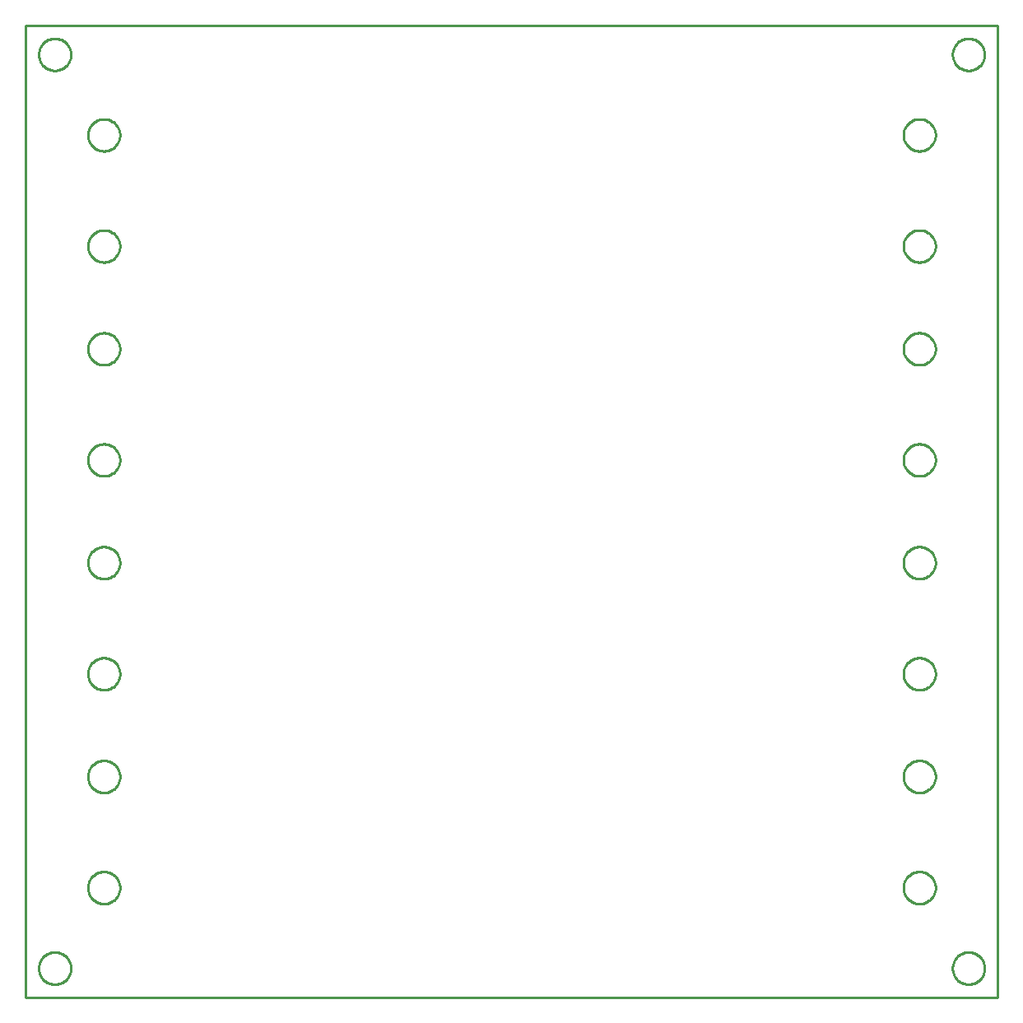
<source format=gbr>
G04 EAGLE Gerber RS-274X export*
G75*
%MOMM*%
%FSLAX34Y34*%
%LPD*%
%IN*%
%IPPOS*%
%AMOC8*
5,1,8,0,0,1.08239X$1,22.5*%
G01*
%ADD10C,0.254000*%


D10*
X0Y0D02*
X1000000Y0D01*
X1000000Y1000000D01*
X0Y1000000D01*
X0Y0D01*
X81040Y789350D02*
X82118Y789279D01*
X83189Y789138D01*
X84249Y788928D01*
X85292Y788648D01*
X86315Y788301D01*
X87313Y787887D01*
X88282Y787410D01*
X89218Y786869D01*
X90116Y786269D01*
X90973Y785612D01*
X91785Y784899D01*
X92549Y784135D01*
X93262Y783323D01*
X93919Y782466D01*
X94519Y781568D01*
X95060Y780632D01*
X95537Y779663D01*
X95951Y778665D01*
X96298Y777642D01*
X96578Y776599D01*
X96788Y775539D01*
X96929Y774468D01*
X97000Y773390D01*
X97000Y772310D01*
X96929Y771232D01*
X96788Y770161D01*
X96578Y769101D01*
X96298Y768058D01*
X95951Y767035D01*
X95537Y766037D01*
X95060Y765068D01*
X94519Y764132D01*
X93919Y763234D01*
X93262Y762377D01*
X92549Y761565D01*
X91785Y760801D01*
X90973Y760089D01*
X90116Y759431D01*
X89218Y758831D01*
X88282Y758291D01*
X87313Y757813D01*
X86315Y757399D01*
X85292Y757052D01*
X84249Y756772D01*
X83189Y756562D01*
X82118Y756421D01*
X81040Y756350D01*
X79960Y756350D01*
X78882Y756421D01*
X77811Y756562D01*
X76751Y756772D01*
X75708Y757052D01*
X74685Y757399D01*
X73687Y757813D01*
X72718Y758291D01*
X71782Y758831D01*
X70884Y759431D01*
X70027Y760089D01*
X69215Y760801D01*
X68451Y761565D01*
X67739Y762377D01*
X67081Y763234D01*
X66481Y764132D01*
X65941Y765068D01*
X65463Y766037D01*
X65049Y767035D01*
X64702Y768058D01*
X64422Y769101D01*
X64212Y770161D01*
X64071Y771232D01*
X64000Y772310D01*
X64000Y773390D01*
X64071Y774468D01*
X64212Y775539D01*
X64422Y776599D01*
X64702Y777642D01*
X65049Y778665D01*
X65463Y779663D01*
X65941Y780632D01*
X66481Y781568D01*
X67081Y782466D01*
X67739Y783323D01*
X68451Y784135D01*
X69215Y784899D01*
X70027Y785612D01*
X70884Y786269D01*
X71782Y786869D01*
X72718Y787410D01*
X73687Y787887D01*
X74685Y788301D01*
X75708Y788648D01*
X76751Y788928D01*
X77811Y789138D01*
X78882Y789279D01*
X79960Y789350D01*
X81040Y789350D01*
X81040Y903650D02*
X82118Y903579D01*
X83189Y903438D01*
X84249Y903228D01*
X85292Y902948D01*
X86315Y902601D01*
X87313Y902187D01*
X88282Y901710D01*
X89218Y901169D01*
X90116Y900569D01*
X90973Y899912D01*
X91785Y899199D01*
X92549Y898435D01*
X93262Y897623D01*
X93919Y896766D01*
X94519Y895868D01*
X95060Y894932D01*
X95537Y893963D01*
X95951Y892965D01*
X96298Y891942D01*
X96578Y890899D01*
X96788Y889839D01*
X96929Y888768D01*
X97000Y887690D01*
X97000Y886610D01*
X96929Y885532D01*
X96788Y884461D01*
X96578Y883401D01*
X96298Y882358D01*
X95951Y881335D01*
X95537Y880337D01*
X95060Y879368D01*
X94519Y878432D01*
X93919Y877534D01*
X93262Y876677D01*
X92549Y875865D01*
X91785Y875101D01*
X90973Y874389D01*
X90116Y873731D01*
X89218Y873131D01*
X88282Y872591D01*
X87313Y872113D01*
X86315Y871699D01*
X85292Y871352D01*
X84249Y871072D01*
X83189Y870862D01*
X82118Y870721D01*
X81040Y870650D01*
X79960Y870650D01*
X78882Y870721D01*
X77811Y870862D01*
X76751Y871072D01*
X75708Y871352D01*
X74685Y871699D01*
X73687Y872113D01*
X72718Y872591D01*
X71782Y873131D01*
X70884Y873731D01*
X70027Y874389D01*
X69215Y875101D01*
X68451Y875865D01*
X67739Y876677D01*
X67081Y877534D01*
X66481Y878432D01*
X65941Y879368D01*
X65463Y880337D01*
X65049Y881335D01*
X64702Y882358D01*
X64422Y883401D01*
X64212Y884461D01*
X64071Y885532D01*
X64000Y886610D01*
X64000Y887690D01*
X64071Y888768D01*
X64212Y889839D01*
X64422Y890899D01*
X64702Y891942D01*
X65049Y892965D01*
X65463Y893963D01*
X65941Y894932D01*
X66481Y895868D01*
X67081Y896766D01*
X67739Y897623D01*
X68451Y898435D01*
X69215Y899199D01*
X70027Y899912D01*
X70884Y900569D01*
X71782Y901169D01*
X72718Y901710D01*
X73687Y902187D01*
X74685Y902601D01*
X75708Y902948D01*
X76751Y903228D01*
X77811Y903438D01*
X78882Y903579D01*
X79960Y903650D01*
X81040Y903650D01*
X81040Y569350D02*
X82118Y569279D01*
X83189Y569138D01*
X84249Y568928D01*
X85292Y568648D01*
X86315Y568301D01*
X87313Y567887D01*
X88282Y567410D01*
X89218Y566869D01*
X90116Y566269D01*
X90973Y565612D01*
X91785Y564899D01*
X92549Y564135D01*
X93262Y563323D01*
X93919Y562466D01*
X94519Y561568D01*
X95060Y560632D01*
X95537Y559663D01*
X95951Y558665D01*
X96298Y557642D01*
X96578Y556599D01*
X96788Y555539D01*
X96929Y554468D01*
X97000Y553390D01*
X97000Y552310D01*
X96929Y551232D01*
X96788Y550161D01*
X96578Y549101D01*
X96298Y548058D01*
X95951Y547035D01*
X95537Y546037D01*
X95060Y545068D01*
X94519Y544132D01*
X93919Y543234D01*
X93262Y542377D01*
X92549Y541565D01*
X91785Y540801D01*
X90973Y540089D01*
X90116Y539431D01*
X89218Y538831D01*
X88282Y538291D01*
X87313Y537813D01*
X86315Y537399D01*
X85292Y537052D01*
X84249Y536772D01*
X83189Y536562D01*
X82118Y536421D01*
X81040Y536350D01*
X79960Y536350D01*
X78882Y536421D01*
X77811Y536562D01*
X76751Y536772D01*
X75708Y537052D01*
X74685Y537399D01*
X73687Y537813D01*
X72718Y538291D01*
X71782Y538831D01*
X70884Y539431D01*
X70027Y540089D01*
X69215Y540801D01*
X68451Y541565D01*
X67739Y542377D01*
X67081Y543234D01*
X66481Y544132D01*
X65941Y545068D01*
X65463Y546037D01*
X65049Y547035D01*
X64702Y548058D01*
X64422Y549101D01*
X64212Y550161D01*
X64071Y551232D01*
X64000Y552310D01*
X64000Y553390D01*
X64071Y554468D01*
X64212Y555539D01*
X64422Y556599D01*
X64702Y557642D01*
X65049Y558665D01*
X65463Y559663D01*
X65941Y560632D01*
X66481Y561568D01*
X67081Y562466D01*
X67739Y563323D01*
X68451Y564135D01*
X69215Y564899D01*
X70027Y565612D01*
X70884Y566269D01*
X71782Y566869D01*
X72718Y567410D01*
X73687Y567887D01*
X74685Y568301D01*
X75708Y568648D01*
X76751Y568928D01*
X77811Y569138D01*
X78882Y569279D01*
X79960Y569350D01*
X81040Y569350D01*
X81040Y683650D02*
X82118Y683579D01*
X83189Y683438D01*
X84249Y683228D01*
X85292Y682948D01*
X86315Y682601D01*
X87313Y682187D01*
X88282Y681710D01*
X89218Y681169D01*
X90116Y680569D01*
X90973Y679912D01*
X91785Y679199D01*
X92549Y678435D01*
X93262Y677623D01*
X93919Y676766D01*
X94519Y675868D01*
X95060Y674932D01*
X95537Y673963D01*
X95951Y672965D01*
X96298Y671942D01*
X96578Y670899D01*
X96788Y669839D01*
X96929Y668768D01*
X97000Y667690D01*
X97000Y666610D01*
X96929Y665532D01*
X96788Y664461D01*
X96578Y663401D01*
X96298Y662358D01*
X95951Y661335D01*
X95537Y660337D01*
X95060Y659368D01*
X94519Y658432D01*
X93919Y657534D01*
X93262Y656677D01*
X92549Y655865D01*
X91785Y655101D01*
X90973Y654389D01*
X90116Y653731D01*
X89218Y653131D01*
X88282Y652591D01*
X87313Y652113D01*
X86315Y651699D01*
X85292Y651352D01*
X84249Y651072D01*
X83189Y650862D01*
X82118Y650721D01*
X81040Y650650D01*
X79960Y650650D01*
X78882Y650721D01*
X77811Y650862D01*
X76751Y651072D01*
X75708Y651352D01*
X74685Y651699D01*
X73687Y652113D01*
X72718Y652591D01*
X71782Y653131D01*
X70884Y653731D01*
X70027Y654389D01*
X69215Y655101D01*
X68451Y655865D01*
X67739Y656677D01*
X67081Y657534D01*
X66481Y658432D01*
X65941Y659368D01*
X65463Y660337D01*
X65049Y661335D01*
X64702Y662358D01*
X64422Y663401D01*
X64212Y664461D01*
X64071Y665532D01*
X64000Y666610D01*
X64000Y667690D01*
X64071Y668768D01*
X64212Y669839D01*
X64422Y670899D01*
X64702Y671942D01*
X65049Y672965D01*
X65463Y673963D01*
X65941Y674932D01*
X66481Y675868D01*
X67081Y676766D01*
X67739Y677623D01*
X68451Y678435D01*
X69215Y679199D01*
X70027Y679912D01*
X70884Y680569D01*
X71782Y681169D01*
X72718Y681710D01*
X73687Y682187D01*
X74685Y682601D01*
X75708Y682948D01*
X76751Y683228D01*
X77811Y683438D01*
X78882Y683579D01*
X79960Y683650D01*
X81040Y683650D01*
X81040Y349350D02*
X82118Y349279D01*
X83189Y349138D01*
X84249Y348928D01*
X85292Y348648D01*
X86315Y348301D01*
X87313Y347887D01*
X88282Y347410D01*
X89218Y346869D01*
X90116Y346269D01*
X90973Y345612D01*
X91785Y344899D01*
X92549Y344135D01*
X93262Y343323D01*
X93919Y342466D01*
X94519Y341568D01*
X95060Y340632D01*
X95537Y339663D01*
X95951Y338665D01*
X96298Y337642D01*
X96578Y336599D01*
X96788Y335539D01*
X96929Y334468D01*
X97000Y333390D01*
X97000Y332310D01*
X96929Y331232D01*
X96788Y330161D01*
X96578Y329101D01*
X96298Y328058D01*
X95951Y327035D01*
X95537Y326037D01*
X95060Y325068D01*
X94519Y324132D01*
X93919Y323234D01*
X93262Y322377D01*
X92549Y321565D01*
X91785Y320801D01*
X90973Y320089D01*
X90116Y319431D01*
X89218Y318831D01*
X88282Y318291D01*
X87313Y317813D01*
X86315Y317399D01*
X85292Y317052D01*
X84249Y316772D01*
X83189Y316562D01*
X82118Y316421D01*
X81040Y316350D01*
X79960Y316350D01*
X78882Y316421D01*
X77811Y316562D01*
X76751Y316772D01*
X75708Y317052D01*
X74685Y317399D01*
X73687Y317813D01*
X72718Y318291D01*
X71782Y318831D01*
X70884Y319431D01*
X70027Y320089D01*
X69215Y320801D01*
X68451Y321565D01*
X67739Y322377D01*
X67081Y323234D01*
X66481Y324132D01*
X65941Y325068D01*
X65463Y326037D01*
X65049Y327035D01*
X64702Y328058D01*
X64422Y329101D01*
X64212Y330161D01*
X64071Y331232D01*
X64000Y332310D01*
X64000Y333390D01*
X64071Y334468D01*
X64212Y335539D01*
X64422Y336599D01*
X64702Y337642D01*
X65049Y338665D01*
X65463Y339663D01*
X65941Y340632D01*
X66481Y341568D01*
X67081Y342466D01*
X67739Y343323D01*
X68451Y344135D01*
X69215Y344899D01*
X70027Y345612D01*
X70884Y346269D01*
X71782Y346869D01*
X72718Y347410D01*
X73687Y347887D01*
X74685Y348301D01*
X75708Y348648D01*
X76751Y348928D01*
X77811Y349138D01*
X78882Y349279D01*
X79960Y349350D01*
X81040Y349350D01*
X81040Y463650D02*
X82118Y463579D01*
X83189Y463438D01*
X84249Y463228D01*
X85292Y462948D01*
X86315Y462601D01*
X87313Y462187D01*
X88282Y461710D01*
X89218Y461169D01*
X90116Y460569D01*
X90973Y459912D01*
X91785Y459199D01*
X92549Y458435D01*
X93262Y457623D01*
X93919Y456766D01*
X94519Y455868D01*
X95060Y454932D01*
X95537Y453963D01*
X95951Y452965D01*
X96298Y451942D01*
X96578Y450899D01*
X96788Y449839D01*
X96929Y448768D01*
X97000Y447690D01*
X97000Y446610D01*
X96929Y445532D01*
X96788Y444461D01*
X96578Y443401D01*
X96298Y442358D01*
X95951Y441335D01*
X95537Y440337D01*
X95060Y439368D01*
X94519Y438432D01*
X93919Y437534D01*
X93262Y436677D01*
X92549Y435865D01*
X91785Y435101D01*
X90973Y434389D01*
X90116Y433731D01*
X89218Y433131D01*
X88282Y432591D01*
X87313Y432113D01*
X86315Y431699D01*
X85292Y431352D01*
X84249Y431072D01*
X83189Y430862D01*
X82118Y430721D01*
X81040Y430650D01*
X79960Y430650D01*
X78882Y430721D01*
X77811Y430862D01*
X76751Y431072D01*
X75708Y431352D01*
X74685Y431699D01*
X73687Y432113D01*
X72718Y432591D01*
X71782Y433131D01*
X70884Y433731D01*
X70027Y434389D01*
X69215Y435101D01*
X68451Y435865D01*
X67739Y436677D01*
X67081Y437534D01*
X66481Y438432D01*
X65941Y439368D01*
X65463Y440337D01*
X65049Y441335D01*
X64702Y442358D01*
X64422Y443401D01*
X64212Y444461D01*
X64071Y445532D01*
X64000Y446610D01*
X64000Y447690D01*
X64071Y448768D01*
X64212Y449839D01*
X64422Y450899D01*
X64702Y451942D01*
X65049Y452965D01*
X65463Y453963D01*
X65941Y454932D01*
X66481Y455868D01*
X67081Y456766D01*
X67739Y457623D01*
X68451Y458435D01*
X69215Y459199D01*
X70027Y459912D01*
X70884Y460569D01*
X71782Y461169D01*
X72718Y461710D01*
X73687Y462187D01*
X74685Y462601D01*
X75708Y462948D01*
X76751Y463228D01*
X77811Y463438D01*
X78882Y463579D01*
X79960Y463650D01*
X81040Y463650D01*
X81040Y129350D02*
X82118Y129279D01*
X83189Y129138D01*
X84249Y128928D01*
X85292Y128648D01*
X86315Y128301D01*
X87313Y127887D01*
X88282Y127410D01*
X89218Y126869D01*
X90116Y126269D01*
X90973Y125612D01*
X91785Y124899D01*
X92549Y124135D01*
X93262Y123323D01*
X93919Y122466D01*
X94519Y121568D01*
X95060Y120632D01*
X95537Y119663D01*
X95951Y118665D01*
X96298Y117642D01*
X96578Y116599D01*
X96788Y115539D01*
X96929Y114468D01*
X97000Y113390D01*
X97000Y112310D01*
X96929Y111232D01*
X96788Y110161D01*
X96578Y109101D01*
X96298Y108058D01*
X95951Y107035D01*
X95537Y106037D01*
X95060Y105068D01*
X94519Y104132D01*
X93919Y103234D01*
X93262Y102377D01*
X92549Y101565D01*
X91785Y100801D01*
X90973Y100089D01*
X90116Y99431D01*
X89218Y98831D01*
X88282Y98291D01*
X87313Y97813D01*
X86315Y97399D01*
X85292Y97052D01*
X84249Y96772D01*
X83189Y96562D01*
X82118Y96421D01*
X81040Y96350D01*
X79960Y96350D01*
X78882Y96421D01*
X77811Y96562D01*
X76751Y96772D01*
X75708Y97052D01*
X74685Y97399D01*
X73687Y97813D01*
X72718Y98291D01*
X71782Y98831D01*
X70884Y99431D01*
X70027Y100089D01*
X69215Y100801D01*
X68451Y101565D01*
X67739Y102377D01*
X67081Y103234D01*
X66481Y104132D01*
X65941Y105068D01*
X65463Y106037D01*
X65049Y107035D01*
X64702Y108058D01*
X64422Y109101D01*
X64212Y110161D01*
X64071Y111232D01*
X64000Y112310D01*
X64000Y113390D01*
X64071Y114468D01*
X64212Y115539D01*
X64422Y116599D01*
X64702Y117642D01*
X65049Y118665D01*
X65463Y119663D01*
X65941Y120632D01*
X66481Y121568D01*
X67081Y122466D01*
X67739Y123323D01*
X68451Y124135D01*
X69215Y124899D01*
X70027Y125612D01*
X70884Y126269D01*
X71782Y126869D01*
X72718Y127410D01*
X73687Y127887D01*
X74685Y128301D01*
X75708Y128648D01*
X76751Y128928D01*
X77811Y129138D01*
X78882Y129279D01*
X79960Y129350D01*
X81040Y129350D01*
X81040Y243650D02*
X82118Y243579D01*
X83189Y243438D01*
X84249Y243228D01*
X85292Y242948D01*
X86315Y242601D01*
X87313Y242187D01*
X88282Y241710D01*
X89218Y241169D01*
X90116Y240569D01*
X90973Y239912D01*
X91785Y239199D01*
X92549Y238435D01*
X93262Y237623D01*
X93919Y236766D01*
X94519Y235868D01*
X95060Y234932D01*
X95537Y233963D01*
X95951Y232965D01*
X96298Y231942D01*
X96578Y230899D01*
X96788Y229839D01*
X96929Y228768D01*
X97000Y227690D01*
X97000Y226610D01*
X96929Y225532D01*
X96788Y224461D01*
X96578Y223401D01*
X96298Y222358D01*
X95951Y221335D01*
X95537Y220337D01*
X95060Y219368D01*
X94519Y218432D01*
X93919Y217534D01*
X93262Y216677D01*
X92549Y215865D01*
X91785Y215101D01*
X90973Y214389D01*
X90116Y213731D01*
X89218Y213131D01*
X88282Y212591D01*
X87313Y212113D01*
X86315Y211699D01*
X85292Y211352D01*
X84249Y211072D01*
X83189Y210862D01*
X82118Y210721D01*
X81040Y210650D01*
X79960Y210650D01*
X78882Y210721D01*
X77811Y210862D01*
X76751Y211072D01*
X75708Y211352D01*
X74685Y211699D01*
X73687Y212113D01*
X72718Y212591D01*
X71782Y213131D01*
X70884Y213731D01*
X70027Y214389D01*
X69215Y215101D01*
X68451Y215865D01*
X67739Y216677D01*
X67081Y217534D01*
X66481Y218432D01*
X65941Y219368D01*
X65463Y220337D01*
X65049Y221335D01*
X64702Y222358D01*
X64422Y223401D01*
X64212Y224461D01*
X64071Y225532D01*
X64000Y226610D01*
X64000Y227690D01*
X64071Y228768D01*
X64212Y229839D01*
X64422Y230899D01*
X64702Y231942D01*
X65049Y232965D01*
X65463Y233963D01*
X65941Y234932D01*
X66481Y235868D01*
X67081Y236766D01*
X67739Y237623D01*
X68451Y238435D01*
X69215Y239199D01*
X70027Y239912D01*
X70884Y240569D01*
X71782Y241169D01*
X72718Y241710D01*
X73687Y242187D01*
X74685Y242601D01*
X75708Y242948D01*
X76751Y243228D01*
X77811Y243438D01*
X78882Y243579D01*
X79960Y243650D01*
X81040Y243650D01*
X918960Y210650D02*
X917882Y210721D01*
X916811Y210862D01*
X915751Y211072D01*
X914708Y211352D01*
X913685Y211699D01*
X912687Y212113D01*
X911718Y212591D01*
X910782Y213131D01*
X909884Y213731D01*
X909027Y214389D01*
X908215Y215101D01*
X907451Y215865D01*
X906739Y216677D01*
X906081Y217534D01*
X905481Y218432D01*
X904941Y219368D01*
X904463Y220337D01*
X904049Y221335D01*
X903702Y222358D01*
X903422Y223401D01*
X903212Y224461D01*
X903071Y225532D01*
X903000Y226610D01*
X903000Y227690D01*
X903071Y228768D01*
X903212Y229839D01*
X903422Y230899D01*
X903702Y231942D01*
X904049Y232965D01*
X904463Y233963D01*
X904941Y234932D01*
X905481Y235868D01*
X906081Y236766D01*
X906739Y237623D01*
X907451Y238435D01*
X908215Y239199D01*
X909027Y239912D01*
X909884Y240569D01*
X910782Y241169D01*
X911718Y241710D01*
X912687Y242187D01*
X913685Y242601D01*
X914708Y242948D01*
X915751Y243228D01*
X916811Y243438D01*
X917882Y243579D01*
X918960Y243650D01*
X920040Y243650D01*
X921118Y243579D01*
X922189Y243438D01*
X923249Y243228D01*
X924292Y242948D01*
X925315Y242601D01*
X926313Y242187D01*
X927282Y241710D01*
X928218Y241169D01*
X929116Y240569D01*
X929973Y239912D01*
X930785Y239199D01*
X931549Y238435D01*
X932262Y237623D01*
X932919Y236766D01*
X933519Y235868D01*
X934060Y234932D01*
X934537Y233963D01*
X934951Y232965D01*
X935298Y231942D01*
X935578Y230899D01*
X935788Y229839D01*
X935929Y228768D01*
X936000Y227690D01*
X936000Y226610D01*
X935929Y225532D01*
X935788Y224461D01*
X935578Y223401D01*
X935298Y222358D01*
X934951Y221335D01*
X934537Y220337D01*
X934060Y219368D01*
X933519Y218432D01*
X932919Y217534D01*
X932262Y216677D01*
X931549Y215865D01*
X930785Y215101D01*
X929973Y214389D01*
X929116Y213731D01*
X928218Y213131D01*
X927282Y212591D01*
X926313Y212113D01*
X925315Y211699D01*
X924292Y211352D01*
X923249Y211072D01*
X922189Y210862D01*
X921118Y210721D01*
X920040Y210650D01*
X918960Y210650D01*
X918960Y96350D02*
X917882Y96421D01*
X916811Y96562D01*
X915751Y96772D01*
X914708Y97052D01*
X913685Y97399D01*
X912687Y97813D01*
X911718Y98291D01*
X910782Y98831D01*
X909884Y99431D01*
X909027Y100089D01*
X908215Y100801D01*
X907451Y101565D01*
X906739Y102377D01*
X906081Y103234D01*
X905481Y104132D01*
X904941Y105068D01*
X904463Y106037D01*
X904049Y107035D01*
X903702Y108058D01*
X903422Y109101D01*
X903212Y110161D01*
X903071Y111232D01*
X903000Y112310D01*
X903000Y113390D01*
X903071Y114468D01*
X903212Y115539D01*
X903422Y116599D01*
X903702Y117642D01*
X904049Y118665D01*
X904463Y119663D01*
X904941Y120632D01*
X905481Y121568D01*
X906081Y122466D01*
X906739Y123323D01*
X907451Y124135D01*
X908215Y124899D01*
X909027Y125612D01*
X909884Y126269D01*
X910782Y126869D01*
X911718Y127410D01*
X912687Y127887D01*
X913685Y128301D01*
X914708Y128648D01*
X915751Y128928D01*
X916811Y129138D01*
X917882Y129279D01*
X918960Y129350D01*
X920040Y129350D01*
X921118Y129279D01*
X922189Y129138D01*
X923249Y128928D01*
X924292Y128648D01*
X925315Y128301D01*
X926313Y127887D01*
X927282Y127410D01*
X928218Y126869D01*
X929116Y126269D01*
X929973Y125612D01*
X930785Y124899D01*
X931549Y124135D01*
X932262Y123323D01*
X932919Y122466D01*
X933519Y121568D01*
X934060Y120632D01*
X934537Y119663D01*
X934951Y118665D01*
X935298Y117642D01*
X935578Y116599D01*
X935788Y115539D01*
X935929Y114468D01*
X936000Y113390D01*
X936000Y112310D01*
X935929Y111232D01*
X935788Y110161D01*
X935578Y109101D01*
X935298Y108058D01*
X934951Y107035D01*
X934537Y106037D01*
X934060Y105068D01*
X933519Y104132D01*
X932919Y103234D01*
X932262Y102377D01*
X931549Y101565D01*
X930785Y100801D01*
X929973Y100089D01*
X929116Y99431D01*
X928218Y98831D01*
X927282Y98291D01*
X926313Y97813D01*
X925315Y97399D01*
X924292Y97052D01*
X923249Y96772D01*
X922189Y96562D01*
X921118Y96421D01*
X920040Y96350D01*
X918960Y96350D01*
X918960Y430650D02*
X917882Y430721D01*
X916811Y430862D01*
X915751Y431072D01*
X914708Y431352D01*
X913685Y431699D01*
X912687Y432113D01*
X911718Y432591D01*
X910782Y433131D01*
X909884Y433731D01*
X909027Y434389D01*
X908215Y435101D01*
X907451Y435865D01*
X906739Y436677D01*
X906081Y437534D01*
X905481Y438432D01*
X904941Y439368D01*
X904463Y440337D01*
X904049Y441335D01*
X903702Y442358D01*
X903422Y443401D01*
X903212Y444461D01*
X903071Y445532D01*
X903000Y446610D01*
X903000Y447690D01*
X903071Y448768D01*
X903212Y449839D01*
X903422Y450899D01*
X903702Y451942D01*
X904049Y452965D01*
X904463Y453963D01*
X904941Y454932D01*
X905481Y455868D01*
X906081Y456766D01*
X906739Y457623D01*
X907451Y458435D01*
X908215Y459199D01*
X909027Y459912D01*
X909884Y460569D01*
X910782Y461169D01*
X911718Y461710D01*
X912687Y462187D01*
X913685Y462601D01*
X914708Y462948D01*
X915751Y463228D01*
X916811Y463438D01*
X917882Y463579D01*
X918960Y463650D01*
X920040Y463650D01*
X921118Y463579D01*
X922189Y463438D01*
X923249Y463228D01*
X924292Y462948D01*
X925315Y462601D01*
X926313Y462187D01*
X927282Y461710D01*
X928218Y461169D01*
X929116Y460569D01*
X929973Y459912D01*
X930785Y459199D01*
X931549Y458435D01*
X932262Y457623D01*
X932919Y456766D01*
X933519Y455868D01*
X934060Y454932D01*
X934537Y453963D01*
X934951Y452965D01*
X935298Y451942D01*
X935578Y450899D01*
X935788Y449839D01*
X935929Y448768D01*
X936000Y447690D01*
X936000Y446610D01*
X935929Y445532D01*
X935788Y444461D01*
X935578Y443401D01*
X935298Y442358D01*
X934951Y441335D01*
X934537Y440337D01*
X934060Y439368D01*
X933519Y438432D01*
X932919Y437534D01*
X932262Y436677D01*
X931549Y435865D01*
X930785Y435101D01*
X929973Y434389D01*
X929116Y433731D01*
X928218Y433131D01*
X927282Y432591D01*
X926313Y432113D01*
X925315Y431699D01*
X924292Y431352D01*
X923249Y431072D01*
X922189Y430862D01*
X921118Y430721D01*
X920040Y430650D01*
X918960Y430650D01*
X918960Y316350D02*
X917882Y316421D01*
X916811Y316562D01*
X915751Y316772D01*
X914708Y317052D01*
X913685Y317399D01*
X912687Y317813D01*
X911718Y318291D01*
X910782Y318831D01*
X909884Y319431D01*
X909027Y320089D01*
X908215Y320801D01*
X907451Y321565D01*
X906739Y322377D01*
X906081Y323234D01*
X905481Y324132D01*
X904941Y325068D01*
X904463Y326037D01*
X904049Y327035D01*
X903702Y328058D01*
X903422Y329101D01*
X903212Y330161D01*
X903071Y331232D01*
X903000Y332310D01*
X903000Y333390D01*
X903071Y334468D01*
X903212Y335539D01*
X903422Y336599D01*
X903702Y337642D01*
X904049Y338665D01*
X904463Y339663D01*
X904941Y340632D01*
X905481Y341568D01*
X906081Y342466D01*
X906739Y343323D01*
X907451Y344135D01*
X908215Y344899D01*
X909027Y345612D01*
X909884Y346269D01*
X910782Y346869D01*
X911718Y347410D01*
X912687Y347887D01*
X913685Y348301D01*
X914708Y348648D01*
X915751Y348928D01*
X916811Y349138D01*
X917882Y349279D01*
X918960Y349350D01*
X920040Y349350D01*
X921118Y349279D01*
X922189Y349138D01*
X923249Y348928D01*
X924292Y348648D01*
X925315Y348301D01*
X926313Y347887D01*
X927282Y347410D01*
X928218Y346869D01*
X929116Y346269D01*
X929973Y345612D01*
X930785Y344899D01*
X931549Y344135D01*
X932262Y343323D01*
X932919Y342466D01*
X933519Y341568D01*
X934060Y340632D01*
X934537Y339663D01*
X934951Y338665D01*
X935298Y337642D01*
X935578Y336599D01*
X935788Y335539D01*
X935929Y334468D01*
X936000Y333390D01*
X936000Y332310D01*
X935929Y331232D01*
X935788Y330161D01*
X935578Y329101D01*
X935298Y328058D01*
X934951Y327035D01*
X934537Y326037D01*
X934060Y325068D01*
X933519Y324132D01*
X932919Y323234D01*
X932262Y322377D01*
X931549Y321565D01*
X930785Y320801D01*
X929973Y320089D01*
X929116Y319431D01*
X928218Y318831D01*
X927282Y318291D01*
X926313Y317813D01*
X925315Y317399D01*
X924292Y317052D01*
X923249Y316772D01*
X922189Y316562D01*
X921118Y316421D01*
X920040Y316350D01*
X918960Y316350D01*
X918960Y650650D02*
X917882Y650721D01*
X916811Y650862D01*
X915751Y651072D01*
X914708Y651352D01*
X913685Y651699D01*
X912687Y652113D01*
X911718Y652591D01*
X910782Y653131D01*
X909884Y653731D01*
X909027Y654389D01*
X908215Y655101D01*
X907451Y655865D01*
X906739Y656677D01*
X906081Y657534D01*
X905481Y658432D01*
X904941Y659368D01*
X904463Y660337D01*
X904049Y661335D01*
X903702Y662358D01*
X903422Y663401D01*
X903212Y664461D01*
X903071Y665532D01*
X903000Y666610D01*
X903000Y667690D01*
X903071Y668768D01*
X903212Y669839D01*
X903422Y670899D01*
X903702Y671942D01*
X904049Y672965D01*
X904463Y673963D01*
X904941Y674932D01*
X905481Y675868D01*
X906081Y676766D01*
X906739Y677623D01*
X907451Y678435D01*
X908215Y679199D01*
X909027Y679912D01*
X909884Y680569D01*
X910782Y681169D01*
X911718Y681710D01*
X912687Y682187D01*
X913685Y682601D01*
X914708Y682948D01*
X915751Y683228D01*
X916811Y683438D01*
X917882Y683579D01*
X918960Y683650D01*
X920040Y683650D01*
X921118Y683579D01*
X922189Y683438D01*
X923249Y683228D01*
X924292Y682948D01*
X925315Y682601D01*
X926313Y682187D01*
X927282Y681710D01*
X928218Y681169D01*
X929116Y680569D01*
X929973Y679912D01*
X930785Y679199D01*
X931549Y678435D01*
X932262Y677623D01*
X932919Y676766D01*
X933519Y675868D01*
X934060Y674932D01*
X934537Y673963D01*
X934951Y672965D01*
X935298Y671942D01*
X935578Y670899D01*
X935788Y669839D01*
X935929Y668768D01*
X936000Y667690D01*
X936000Y666610D01*
X935929Y665532D01*
X935788Y664461D01*
X935578Y663401D01*
X935298Y662358D01*
X934951Y661335D01*
X934537Y660337D01*
X934060Y659368D01*
X933519Y658432D01*
X932919Y657534D01*
X932262Y656677D01*
X931549Y655865D01*
X930785Y655101D01*
X929973Y654389D01*
X929116Y653731D01*
X928218Y653131D01*
X927282Y652591D01*
X926313Y652113D01*
X925315Y651699D01*
X924292Y651352D01*
X923249Y651072D01*
X922189Y650862D01*
X921118Y650721D01*
X920040Y650650D01*
X918960Y650650D01*
X918960Y536350D02*
X917882Y536421D01*
X916811Y536562D01*
X915751Y536772D01*
X914708Y537052D01*
X913685Y537399D01*
X912687Y537813D01*
X911718Y538291D01*
X910782Y538831D01*
X909884Y539431D01*
X909027Y540089D01*
X908215Y540801D01*
X907451Y541565D01*
X906739Y542377D01*
X906081Y543234D01*
X905481Y544132D01*
X904941Y545068D01*
X904463Y546037D01*
X904049Y547035D01*
X903702Y548058D01*
X903422Y549101D01*
X903212Y550161D01*
X903071Y551232D01*
X903000Y552310D01*
X903000Y553390D01*
X903071Y554468D01*
X903212Y555539D01*
X903422Y556599D01*
X903702Y557642D01*
X904049Y558665D01*
X904463Y559663D01*
X904941Y560632D01*
X905481Y561568D01*
X906081Y562466D01*
X906739Y563323D01*
X907451Y564135D01*
X908215Y564899D01*
X909027Y565612D01*
X909884Y566269D01*
X910782Y566869D01*
X911718Y567410D01*
X912687Y567887D01*
X913685Y568301D01*
X914708Y568648D01*
X915751Y568928D01*
X916811Y569138D01*
X917882Y569279D01*
X918960Y569350D01*
X920040Y569350D01*
X921118Y569279D01*
X922189Y569138D01*
X923249Y568928D01*
X924292Y568648D01*
X925315Y568301D01*
X926313Y567887D01*
X927282Y567410D01*
X928218Y566869D01*
X929116Y566269D01*
X929973Y565612D01*
X930785Y564899D01*
X931549Y564135D01*
X932262Y563323D01*
X932919Y562466D01*
X933519Y561568D01*
X934060Y560632D01*
X934537Y559663D01*
X934951Y558665D01*
X935298Y557642D01*
X935578Y556599D01*
X935788Y555539D01*
X935929Y554468D01*
X936000Y553390D01*
X936000Y552310D01*
X935929Y551232D01*
X935788Y550161D01*
X935578Y549101D01*
X935298Y548058D01*
X934951Y547035D01*
X934537Y546037D01*
X934060Y545068D01*
X933519Y544132D01*
X932919Y543234D01*
X932262Y542377D01*
X931549Y541565D01*
X930785Y540801D01*
X929973Y540089D01*
X929116Y539431D01*
X928218Y538831D01*
X927282Y538291D01*
X926313Y537813D01*
X925315Y537399D01*
X924292Y537052D01*
X923249Y536772D01*
X922189Y536562D01*
X921118Y536421D01*
X920040Y536350D01*
X918960Y536350D01*
X918960Y870650D02*
X917882Y870721D01*
X916811Y870862D01*
X915751Y871072D01*
X914708Y871352D01*
X913685Y871699D01*
X912687Y872113D01*
X911718Y872591D01*
X910782Y873131D01*
X909884Y873731D01*
X909027Y874389D01*
X908215Y875101D01*
X907451Y875865D01*
X906739Y876677D01*
X906081Y877534D01*
X905481Y878432D01*
X904941Y879368D01*
X904463Y880337D01*
X904049Y881335D01*
X903702Y882358D01*
X903422Y883401D01*
X903212Y884461D01*
X903071Y885532D01*
X903000Y886610D01*
X903000Y887690D01*
X903071Y888768D01*
X903212Y889839D01*
X903422Y890899D01*
X903702Y891942D01*
X904049Y892965D01*
X904463Y893963D01*
X904941Y894932D01*
X905481Y895868D01*
X906081Y896766D01*
X906739Y897623D01*
X907451Y898435D01*
X908215Y899199D01*
X909027Y899912D01*
X909884Y900569D01*
X910782Y901169D01*
X911718Y901710D01*
X912687Y902187D01*
X913685Y902601D01*
X914708Y902948D01*
X915751Y903228D01*
X916811Y903438D01*
X917882Y903579D01*
X918960Y903650D01*
X920040Y903650D01*
X921118Y903579D01*
X922189Y903438D01*
X923249Y903228D01*
X924292Y902948D01*
X925315Y902601D01*
X926313Y902187D01*
X927282Y901710D01*
X928218Y901169D01*
X929116Y900569D01*
X929973Y899912D01*
X930785Y899199D01*
X931549Y898435D01*
X932262Y897623D01*
X932919Y896766D01*
X933519Y895868D01*
X934060Y894932D01*
X934537Y893963D01*
X934951Y892965D01*
X935298Y891942D01*
X935578Y890899D01*
X935788Y889839D01*
X935929Y888768D01*
X936000Y887690D01*
X936000Y886610D01*
X935929Y885532D01*
X935788Y884461D01*
X935578Y883401D01*
X935298Y882358D01*
X934951Y881335D01*
X934537Y880337D01*
X934060Y879368D01*
X933519Y878432D01*
X932919Y877534D01*
X932262Y876677D01*
X931549Y875865D01*
X930785Y875101D01*
X929973Y874389D01*
X929116Y873731D01*
X928218Y873131D01*
X927282Y872591D01*
X926313Y872113D01*
X925315Y871699D01*
X924292Y871352D01*
X923249Y871072D01*
X922189Y870862D01*
X921118Y870721D01*
X920040Y870650D01*
X918960Y870650D01*
X918960Y756350D02*
X917882Y756421D01*
X916811Y756562D01*
X915751Y756772D01*
X914708Y757052D01*
X913685Y757399D01*
X912687Y757813D01*
X911718Y758291D01*
X910782Y758831D01*
X909884Y759431D01*
X909027Y760089D01*
X908215Y760801D01*
X907451Y761565D01*
X906739Y762377D01*
X906081Y763234D01*
X905481Y764132D01*
X904941Y765068D01*
X904463Y766037D01*
X904049Y767035D01*
X903702Y768058D01*
X903422Y769101D01*
X903212Y770161D01*
X903071Y771232D01*
X903000Y772310D01*
X903000Y773390D01*
X903071Y774468D01*
X903212Y775539D01*
X903422Y776599D01*
X903702Y777642D01*
X904049Y778665D01*
X904463Y779663D01*
X904941Y780632D01*
X905481Y781568D01*
X906081Y782466D01*
X906739Y783323D01*
X907451Y784135D01*
X908215Y784899D01*
X909027Y785612D01*
X909884Y786269D01*
X910782Y786869D01*
X911718Y787410D01*
X912687Y787887D01*
X913685Y788301D01*
X914708Y788648D01*
X915751Y788928D01*
X916811Y789138D01*
X917882Y789279D01*
X918960Y789350D01*
X920040Y789350D01*
X921118Y789279D01*
X922189Y789138D01*
X923249Y788928D01*
X924292Y788648D01*
X925315Y788301D01*
X926313Y787887D01*
X927282Y787410D01*
X928218Y786869D01*
X929116Y786269D01*
X929973Y785612D01*
X930785Y784899D01*
X931549Y784135D01*
X932262Y783323D01*
X932919Y782466D01*
X933519Y781568D01*
X934060Y780632D01*
X934537Y779663D01*
X934951Y778665D01*
X935298Y777642D01*
X935578Y776599D01*
X935788Y775539D01*
X935929Y774468D01*
X936000Y773390D01*
X936000Y772310D01*
X935929Y771232D01*
X935788Y770161D01*
X935578Y769101D01*
X935298Y768058D01*
X934951Y767035D01*
X934537Y766037D01*
X934060Y765068D01*
X933519Y764132D01*
X932919Y763234D01*
X932262Y762377D01*
X931549Y761565D01*
X930785Y760801D01*
X929973Y760089D01*
X929116Y759431D01*
X928218Y758831D01*
X927282Y758291D01*
X926313Y757813D01*
X925315Y757399D01*
X924292Y757052D01*
X923249Y756772D01*
X922189Y756562D01*
X921118Y756421D01*
X920040Y756350D01*
X918960Y756350D01*
X46510Y29460D02*
X46439Y28381D01*
X46298Y27309D01*
X46087Y26249D01*
X45808Y25205D01*
X45460Y24181D01*
X45046Y23183D01*
X44568Y22213D01*
X44028Y21277D01*
X43427Y20378D01*
X42769Y19521D01*
X42057Y18708D01*
X41292Y17944D01*
X40479Y17231D01*
X39622Y16573D01*
X38723Y15972D01*
X37787Y15432D01*
X36817Y14954D01*
X35819Y14540D01*
X34795Y14192D01*
X33751Y13913D01*
X32691Y13702D01*
X31619Y13561D01*
X30540Y13490D01*
X29460Y13490D01*
X28381Y13561D01*
X27309Y13702D01*
X26249Y13913D01*
X25205Y14192D01*
X24181Y14540D01*
X23183Y14954D01*
X22213Y15432D01*
X21277Y15972D01*
X20378Y16573D01*
X19521Y17231D01*
X18708Y17944D01*
X17944Y18708D01*
X17231Y19521D01*
X16573Y20378D01*
X15972Y21277D01*
X15432Y22213D01*
X14954Y23183D01*
X14540Y24181D01*
X14192Y25205D01*
X13913Y26249D01*
X13702Y27309D01*
X13561Y28381D01*
X13490Y29460D01*
X13490Y30540D01*
X13561Y31619D01*
X13702Y32691D01*
X13913Y33751D01*
X14192Y34795D01*
X14540Y35819D01*
X14954Y36817D01*
X15432Y37787D01*
X15972Y38723D01*
X16573Y39622D01*
X17231Y40479D01*
X17944Y41292D01*
X18708Y42057D01*
X19521Y42769D01*
X20378Y43427D01*
X21277Y44028D01*
X22213Y44568D01*
X23183Y45046D01*
X24181Y45460D01*
X25205Y45808D01*
X26249Y46087D01*
X27309Y46298D01*
X28381Y46439D01*
X29460Y46510D01*
X30540Y46510D01*
X31619Y46439D01*
X32691Y46298D01*
X33751Y46087D01*
X34795Y45808D01*
X35819Y45460D01*
X36817Y45046D01*
X37787Y44568D01*
X38723Y44028D01*
X39622Y43427D01*
X40479Y42769D01*
X41292Y42057D01*
X42057Y41292D01*
X42769Y40479D01*
X43427Y39622D01*
X44028Y38723D01*
X44568Y37787D01*
X45046Y36817D01*
X45460Y35819D01*
X45808Y34795D01*
X46087Y33751D01*
X46298Y32691D01*
X46439Y31619D01*
X46510Y30540D01*
X46510Y29460D01*
X986510Y29460D02*
X986439Y28381D01*
X986298Y27309D01*
X986087Y26249D01*
X985808Y25205D01*
X985460Y24181D01*
X985046Y23183D01*
X984568Y22213D01*
X984028Y21277D01*
X983427Y20378D01*
X982769Y19521D01*
X982057Y18708D01*
X981292Y17944D01*
X980479Y17231D01*
X979622Y16573D01*
X978723Y15972D01*
X977787Y15432D01*
X976817Y14954D01*
X975819Y14540D01*
X974795Y14192D01*
X973751Y13913D01*
X972691Y13702D01*
X971619Y13561D01*
X970540Y13490D01*
X969460Y13490D01*
X968381Y13561D01*
X967309Y13702D01*
X966249Y13913D01*
X965205Y14192D01*
X964181Y14540D01*
X963183Y14954D01*
X962213Y15432D01*
X961277Y15972D01*
X960378Y16573D01*
X959521Y17231D01*
X958708Y17944D01*
X957944Y18708D01*
X957231Y19521D01*
X956573Y20378D01*
X955972Y21277D01*
X955432Y22213D01*
X954954Y23183D01*
X954540Y24181D01*
X954192Y25205D01*
X953913Y26249D01*
X953702Y27309D01*
X953561Y28381D01*
X953490Y29460D01*
X953490Y30540D01*
X953561Y31619D01*
X953702Y32691D01*
X953913Y33751D01*
X954192Y34795D01*
X954540Y35819D01*
X954954Y36817D01*
X955432Y37787D01*
X955972Y38723D01*
X956573Y39622D01*
X957231Y40479D01*
X957944Y41292D01*
X958708Y42057D01*
X959521Y42769D01*
X960378Y43427D01*
X961277Y44028D01*
X962213Y44568D01*
X963183Y45046D01*
X964181Y45460D01*
X965205Y45808D01*
X966249Y46087D01*
X967309Y46298D01*
X968381Y46439D01*
X969460Y46510D01*
X970540Y46510D01*
X971619Y46439D01*
X972691Y46298D01*
X973751Y46087D01*
X974795Y45808D01*
X975819Y45460D01*
X976817Y45046D01*
X977787Y44568D01*
X978723Y44028D01*
X979622Y43427D01*
X980479Y42769D01*
X981292Y42057D01*
X982057Y41292D01*
X982769Y40479D01*
X983427Y39622D01*
X984028Y38723D01*
X984568Y37787D01*
X985046Y36817D01*
X985460Y35819D01*
X985808Y34795D01*
X986087Y33751D01*
X986298Y32691D01*
X986439Y31619D01*
X986510Y30540D01*
X986510Y29460D01*
X46510Y969460D02*
X46439Y968381D01*
X46298Y967309D01*
X46087Y966249D01*
X45808Y965205D01*
X45460Y964181D01*
X45046Y963183D01*
X44568Y962213D01*
X44028Y961277D01*
X43427Y960378D01*
X42769Y959521D01*
X42057Y958708D01*
X41292Y957944D01*
X40479Y957231D01*
X39622Y956573D01*
X38723Y955972D01*
X37787Y955432D01*
X36817Y954954D01*
X35819Y954540D01*
X34795Y954192D01*
X33751Y953913D01*
X32691Y953702D01*
X31619Y953561D01*
X30540Y953490D01*
X29460Y953490D01*
X28381Y953561D01*
X27309Y953702D01*
X26249Y953913D01*
X25205Y954192D01*
X24181Y954540D01*
X23183Y954954D01*
X22213Y955432D01*
X21277Y955972D01*
X20378Y956573D01*
X19521Y957231D01*
X18708Y957944D01*
X17944Y958708D01*
X17231Y959521D01*
X16573Y960378D01*
X15972Y961277D01*
X15432Y962213D01*
X14954Y963183D01*
X14540Y964181D01*
X14192Y965205D01*
X13913Y966249D01*
X13702Y967309D01*
X13561Y968381D01*
X13490Y969460D01*
X13490Y970540D01*
X13561Y971619D01*
X13702Y972691D01*
X13913Y973751D01*
X14192Y974795D01*
X14540Y975819D01*
X14954Y976817D01*
X15432Y977787D01*
X15972Y978723D01*
X16573Y979622D01*
X17231Y980479D01*
X17944Y981292D01*
X18708Y982057D01*
X19521Y982769D01*
X20378Y983427D01*
X21277Y984028D01*
X22213Y984568D01*
X23183Y985046D01*
X24181Y985460D01*
X25205Y985808D01*
X26249Y986087D01*
X27309Y986298D01*
X28381Y986439D01*
X29460Y986510D01*
X30540Y986510D01*
X31619Y986439D01*
X32691Y986298D01*
X33751Y986087D01*
X34795Y985808D01*
X35819Y985460D01*
X36817Y985046D01*
X37787Y984568D01*
X38723Y984028D01*
X39622Y983427D01*
X40479Y982769D01*
X41292Y982057D01*
X42057Y981292D01*
X42769Y980479D01*
X43427Y979622D01*
X44028Y978723D01*
X44568Y977787D01*
X45046Y976817D01*
X45460Y975819D01*
X45808Y974795D01*
X46087Y973751D01*
X46298Y972691D01*
X46439Y971619D01*
X46510Y970540D01*
X46510Y969460D01*
X986510Y969460D02*
X986439Y968381D01*
X986298Y967309D01*
X986087Y966249D01*
X985808Y965205D01*
X985460Y964181D01*
X985046Y963183D01*
X984568Y962213D01*
X984028Y961277D01*
X983427Y960378D01*
X982769Y959521D01*
X982057Y958708D01*
X981292Y957944D01*
X980479Y957231D01*
X979622Y956573D01*
X978723Y955972D01*
X977787Y955432D01*
X976817Y954954D01*
X975819Y954540D01*
X974795Y954192D01*
X973751Y953913D01*
X972691Y953702D01*
X971619Y953561D01*
X970540Y953490D01*
X969460Y953490D01*
X968381Y953561D01*
X967309Y953702D01*
X966249Y953913D01*
X965205Y954192D01*
X964181Y954540D01*
X963183Y954954D01*
X962213Y955432D01*
X961277Y955972D01*
X960378Y956573D01*
X959521Y957231D01*
X958708Y957944D01*
X957944Y958708D01*
X957231Y959521D01*
X956573Y960378D01*
X955972Y961277D01*
X955432Y962213D01*
X954954Y963183D01*
X954540Y964181D01*
X954192Y965205D01*
X953913Y966249D01*
X953702Y967309D01*
X953561Y968381D01*
X953490Y969460D01*
X953490Y970540D01*
X953561Y971619D01*
X953702Y972691D01*
X953913Y973751D01*
X954192Y974795D01*
X954540Y975819D01*
X954954Y976817D01*
X955432Y977787D01*
X955972Y978723D01*
X956573Y979622D01*
X957231Y980479D01*
X957944Y981292D01*
X958708Y982057D01*
X959521Y982769D01*
X960378Y983427D01*
X961277Y984028D01*
X962213Y984568D01*
X963183Y985046D01*
X964181Y985460D01*
X965205Y985808D01*
X966249Y986087D01*
X967309Y986298D01*
X968381Y986439D01*
X969460Y986510D01*
X970540Y986510D01*
X971619Y986439D01*
X972691Y986298D01*
X973751Y986087D01*
X974795Y985808D01*
X975819Y985460D01*
X976817Y985046D01*
X977787Y984568D01*
X978723Y984028D01*
X979622Y983427D01*
X980479Y982769D01*
X981292Y982057D01*
X982057Y981292D01*
X982769Y980479D01*
X983427Y979622D01*
X984028Y978723D01*
X984568Y977787D01*
X985046Y976817D01*
X985460Y975819D01*
X985808Y974795D01*
X986087Y973751D01*
X986298Y972691D01*
X986439Y971619D01*
X986510Y970540D01*
X986510Y969460D01*
M02*

</source>
